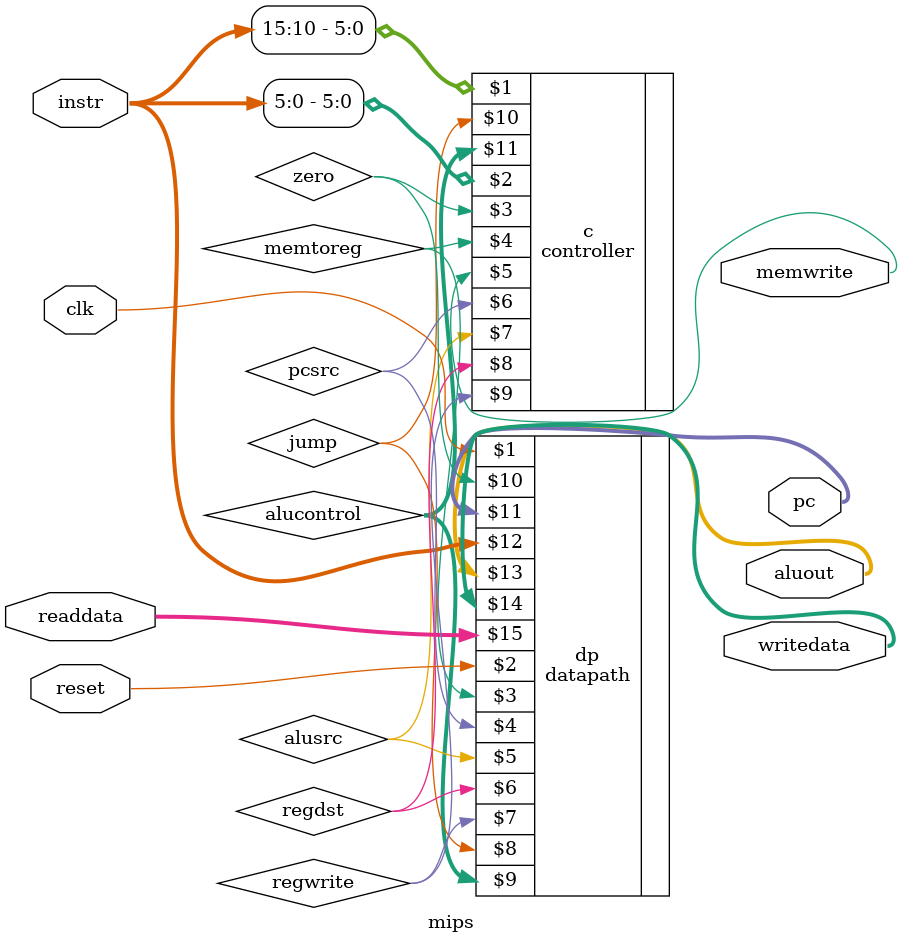
<source format=v>
`include "controller.v"
`include "datapath.v"
module mips(input          clk, reset,
            output  [15:0] pc,
            input   [15:0] instr,
            output         memwrite,
            output  [7:0] aluout, writedata,
            input   [15:0] readdata);

wire      memtoreg, alusrc, regdst, 
              regwrite, jump, pcsrc, zero;
wire [2:0] alucontrol;

controller c(instr[15:10], instr[5:0], zero,
               memtoreg, memwrite, pcsrc,
               alusrc, regdst, regwrite, jump,
               alucontrol);
datapath dp(clk, reset, memtoreg, pcsrc,
              alusrc, regdst, regwrite, jump,
              alucontrol,
              zero, pc, instr,
              aluout, writedata, readdata);

endmodule
</source>
